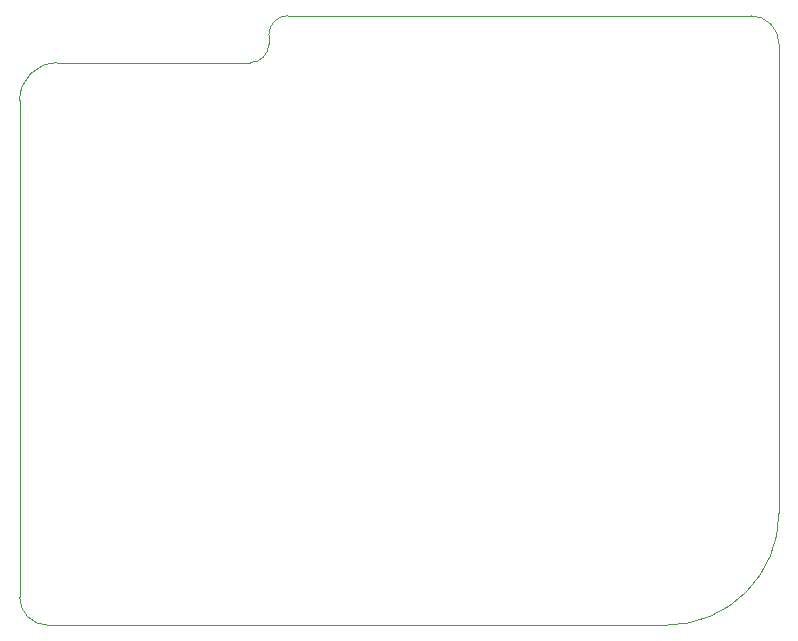
<source format=gm1>
G04 #@! TF.GenerationSoftware,KiCad,Pcbnew,(6.0.5)*
G04 #@! TF.CreationDate,2022-09-29T20:04:46+08:00*
G04 #@! TF.ProjectId,4k-keypad-pro-micro,346b2d6b-6579-4706-9164-2d70726f2d6d,rev?*
G04 #@! TF.SameCoordinates,Original*
G04 #@! TF.FileFunction,Profile,NP*
%FSLAX46Y46*%
G04 Gerber Fmt 4.6, Leading zero omitted, Abs format (unit mm)*
G04 Created by KiCad (PCBNEW (6.0.5)) date 2022-09-29 20:04:46*
%MOMM*%
%LPD*%
G01*
G04 APERTURE LIST*
G04 #@! TA.AperFunction,Profile*
%ADD10C,0.100000*%
G04 #@! TD*
G04 APERTURE END LIST*
D10*
X161131250Y-108743750D02*
X161131250Y-69056250D01*
X99218750Y-118268750D02*
X151606250Y-118268750D01*
X96837500Y-115887500D02*
X96837500Y-73818750D01*
X119527486Y-66674986D02*
G75*
G03*
X117939986Y-68262500I14J-1587514D01*
G01*
X116352486Y-70643750D02*
X100012500Y-70643750D01*
X161131300Y-69056250D02*
G75*
G03*
X158750000Y-66675000I-2381300J-50D01*
G01*
X119527486Y-66675000D02*
X158750000Y-66675000D01*
X116352486Y-70643786D02*
G75*
G03*
X117939986Y-69056250I-86J1587586D01*
G01*
X117939986Y-69056250D02*
X117939986Y-68262500D01*
X151606250Y-118268750D02*
G75*
G03*
X161131250Y-108743750I0J9525000D01*
G01*
X100012500Y-70643750D02*
G75*
G03*
X96837500Y-73818750I0J-3175000D01*
G01*
X96837550Y-115887500D02*
G75*
G03*
X99218750Y-118268750I2381250J0D01*
G01*
M02*

</source>
